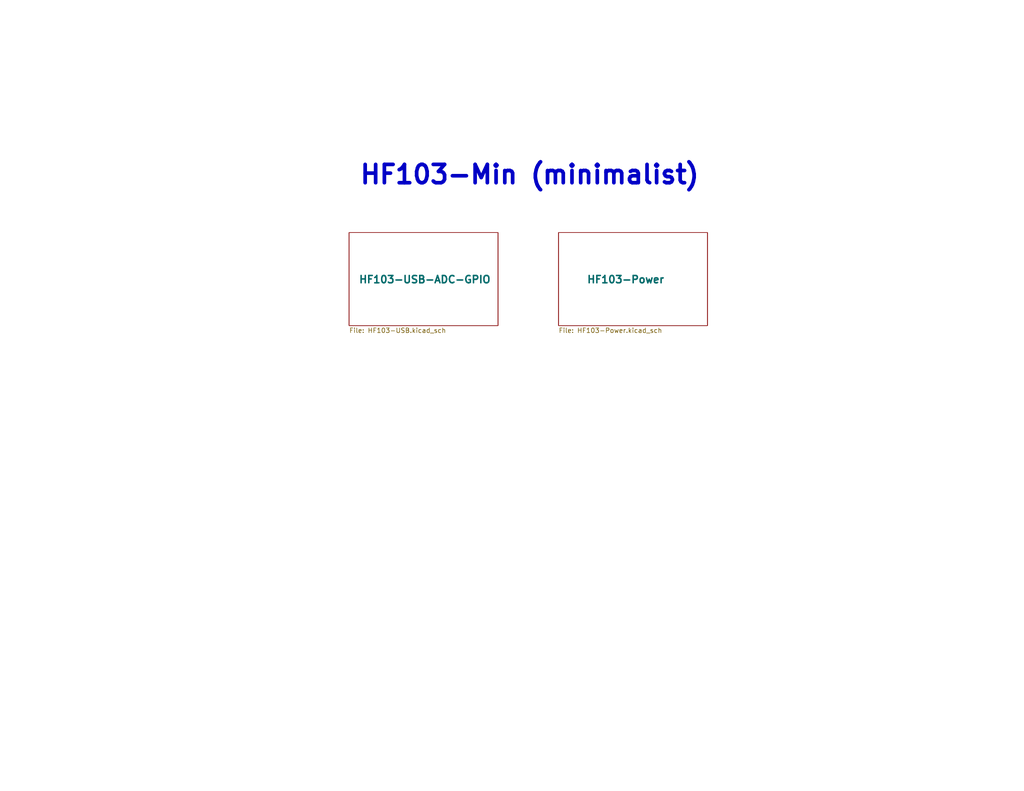
<source format=kicad_sch>
(kicad_sch (version 20230121) (generator eeschema)
  (paper "USLetter")
  (title_block (title "HF103-Min") (date "2023-06-25") (rev "0.0.1") (comment 1 "Minimalist Rework of HF-103 "))
  (lib_symbols)
  (text "HF103-Min (minimalist)" (at 97.79 50.8 0) (effects (font (size 5 5) (thickness 1) bold) (justify left bottom)))
  (sheet (at 95.25 63.5) (size 40.64 25.4) (stroke (width 0.1524))
    (property "Sheetname" "HF103-USB-ADC-GPIO" (at 97.79 77.47 0) (effects (font (size 2 2) bold) (justify left bottom)))
    (property "Sheetfile" "HF103-USB.kicad_sch" (at 95.25 89.4846 0) (effects (justify left top)))
  )
  (sheet (at 152.4 63.5) (size 40.64 25.4) (stroke (width 0.1524))
    (property "Sheetname" "HF103-Power" (at 160.02 77.47 0) (effects (font (size 2 2) bold) (justify left bottom)))
    (property "Sheetfile" "HF103-Power.kicad_sch" (at 152.4 89.4846 0) (effects (justify left top)))
  )
)
</source>
